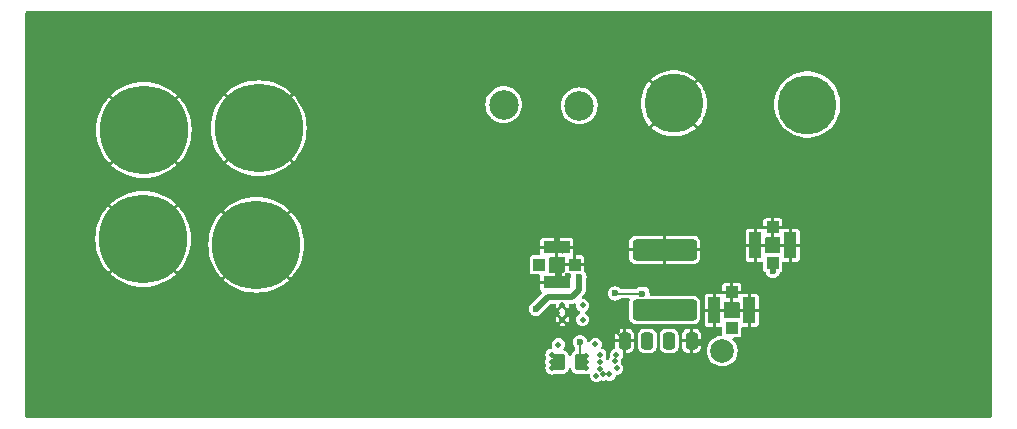
<source format=gbr>
%TF.GenerationSoftware,KiCad,Pcbnew,8.0.5*%
%TF.CreationDate,2024-10-10T12:36:06+02:00*%
%TF.ProjectId,MosTest_GanFet,4d6f7354-6573-4745-9f47-616e4665742e,rev?*%
%TF.SameCoordinates,Original*%
%TF.FileFunction,Copper,L4,Bot*%
%TF.FilePolarity,Positive*%
%FSLAX46Y46*%
G04 Gerber Fmt 4.6, Leading zero omitted, Abs format (unit mm)*
G04 Created by KiCad (PCBNEW 8.0.5) date 2024-10-10 12:36:06*
%MOMM*%
%LPD*%
G01*
G04 APERTURE LIST*
G04 Aperture macros list*
%AMRoundRect*
0 Rectangle with rounded corners*
0 $1 Rounding radius*
0 $2 $3 $4 $5 $6 $7 $8 $9 X,Y pos of 4 corners*
0 Add a 4 corners polygon primitive as box body*
4,1,4,$2,$3,$4,$5,$6,$7,$8,$9,$2,$3,0*
0 Add four circle primitives for the rounded corners*
1,1,$1+$1,$2,$3*
1,1,$1+$1,$4,$5*
1,1,$1+$1,$6,$7*
1,1,$1+$1,$8,$9*
0 Add four rect primitives between the rounded corners*
20,1,$1+$1,$2,$3,$4,$5,0*
20,1,$1+$1,$4,$5,$6,$7,0*
20,1,$1+$1,$6,$7,$8,$9,0*
20,1,$1+$1,$8,$9,$2,$3,0*%
G04 Aperture macros list end*
%TA.AperFunction,ComponentPad*%
%ADD10C,2.500000*%
%TD*%
%TA.AperFunction,ComponentPad*%
%ADD11C,2.900000*%
%TD*%
%TA.AperFunction,ConnectorPad*%
%ADD12C,5.000000*%
%TD*%
%TA.AperFunction,ComponentPad*%
%ADD13C,4.700000*%
%TD*%
%TA.AperFunction,ConnectorPad*%
%ADD14C,7.500000*%
%TD*%
%TA.AperFunction,ComponentPad*%
%ADD15C,0.500000*%
%TD*%
%TA.AperFunction,SMDPad,CuDef*%
%ADD16R,1.000000X1.000000*%
%TD*%
%TA.AperFunction,SMDPad,CuDef*%
%ADD17R,2.200000X1.050000*%
%TD*%
%TA.AperFunction,SMDPad,CuDef*%
%ADD18R,1.050000X2.200000*%
%TD*%
%TA.AperFunction,SMDPad,CuDef*%
%ADD19RoundRect,0.250000X0.250000X0.475000X-0.250000X0.475000X-0.250000X-0.475000X0.250000X-0.475000X0*%
%TD*%
%TA.AperFunction,SMDPad,CuDef*%
%ADD20RoundRect,0.250000X-0.262500X-0.450000X0.262500X-0.450000X0.262500X0.450000X-0.262500X0.450000X0*%
%TD*%
%TA.AperFunction,SMDPad,CuDef*%
%ADD21RoundRect,0.250000X2.450000X-0.650000X2.450000X0.650000X-2.450000X0.650000X-2.450000X-0.650000X0*%
%TD*%
%TA.AperFunction,SMDPad,CuDef*%
%ADD22RoundRect,0.250000X-0.250000X-0.475000X0.250000X-0.475000X0.250000X0.475000X-0.250000X0.475000X0*%
%TD*%
%TA.AperFunction,ViaPad*%
%ADD23C,0.600000*%
%TD*%
%TA.AperFunction,ViaPad*%
%ADD24C,0.500000*%
%TD*%
%TA.AperFunction,ViaPad*%
%ADD25C,1.000000*%
%TD*%
%TA.AperFunction,ViaPad*%
%ADD26C,2.000000*%
%TD*%
%TA.AperFunction,Conductor*%
%ADD27C,0.200000*%
%TD*%
%TA.AperFunction,Conductor*%
%ADD28C,0.500000*%
%TD*%
G04 APERTURE END LIST*
D10*
%TO.P,EN1,1,1*%
%TO.N,/EN1*%
X119000000Y-24400000D03*
%TD*%
D11*
%TO.P,GND1,1,1*%
%TO.N,GND*%
X133400000Y-24300000D03*
D12*
X133400000Y-24300000D03*
%TD*%
D13*
%TO.P,H5,1,1*%
%TO.N,GND*%
X88525000Y-26550000D03*
D14*
X88525000Y-26550000D03*
%TD*%
D11*
%TO.P,VDD30,1,1*%
%TO.N,/VDD30*%
X144700000Y-24400000D03*
D12*
X144700000Y-24400000D03*
%TD*%
D13*
%TO.P,H6,1,1*%
%TO.N,GND*%
X88470000Y-35780000D03*
D14*
X88470000Y-35780000D03*
%TD*%
D13*
%TO.P,H8,1,1*%
%TO.N,GND*%
X98250000Y-26400000D03*
D14*
X98250000Y-26400000D03*
%TD*%
D15*
%TO.P,U1,20_1,VSS*%
%TO.N,GND*%
X123962500Y-41400000D03*
%TO.P,U1,20_2,VSS*%
X123962500Y-42600000D03*
%TO.P,U1,21_1,HS*%
%TO.N,/HS1*%
X125687500Y-41400000D03*
%TO.P,U1,21_2,HS*%
X125687500Y-42600000D03*
%TD*%
D13*
%TO.P,H7,1,1*%
%TO.N,GND*%
X98050000Y-36270000D03*
D14*
X98050000Y-36270000D03*
%TD*%
D10*
%TO.P,VDD10,1,1*%
%TO.N,/VDD10*%
X125400000Y-24500000D03*
%TD*%
D16*
%TO.P,PWM_IN1,1,In*%
%TO.N,/PWM1*%
X122000000Y-37975000D03*
D17*
%TO.P,PWM_IN1,2,Ext*%
%TO.N,GND*%
X123500000Y-39450000D03*
D16*
X125000000Y-37975000D03*
D17*
X123500000Y-36500000D03*
%TD*%
D16*
%TO.P,Post_Filter1,1,In*%
%TO.N,/RL1*%
X141775000Y-37800000D03*
D18*
%TO.P,Post_Filter1,2,Ext*%
%TO.N,GND*%
X143250000Y-36300000D03*
D16*
X141775000Y-34800000D03*
D18*
X140300000Y-36300000D03*
%TD*%
D19*
%TO.P,C2,1*%
%TO.N,/VDD30*%
X131150000Y-44400000D03*
%TO.P,C2,2*%
%TO.N,GND*%
X129250000Y-44400000D03*
%TD*%
D20*
%TO.P,R3,1*%
%TO.N,/Q2D*%
X123687500Y-46200000D03*
%TO.P,R3,2*%
%TO.N,/HS1*%
X125512500Y-46200000D03*
%TD*%
D21*
%TO.P,C11,1*%
%TO.N,/VDD30*%
X132630000Y-41800000D03*
%TO.P,C11,2*%
%TO.N,GND*%
X132630000Y-36700000D03*
%TD*%
D16*
%TO.P,Pre_Filter1,1,In*%
%TO.N,/Pre_Filter1*%
X138310000Y-43300000D03*
D18*
%TO.P,Pre_Filter1,2,Ext*%
%TO.N,GND*%
X139785000Y-41800000D03*
D16*
X138310000Y-40300000D03*
D18*
X136835000Y-41800000D03*
%TD*%
D22*
%TO.P,C12,1*%
%TO.N,/VDD30*%
X133000000Y-44400000D03*
%TO.P,C12,2*%
%TO.N,GND*%
X134900000Y-44400000D03*
%TD*%
D23*
%TO.N,GND*%
X140275000Y-37100000D03*
X132630000Y-36700000D03*
D24*
X121060000Y-45590000D03*
X121060000Y-46680000D03*
D23*
X120500000Y-40500000D03*
X126882804Y-38372438D03*
X143275000Y-37100000D03*
X130620000Y-38270000D03*
X123700000Y-38800000D03*
D24*
X121010000Y-47220000D03*
D25*
X146445000Y-32950000D03*
D23*
X132970000Y-38490000D03*
X117200000Y-42500000D03*
X139860000Y-41820000D03*
D24*
X121040000Y-46150000D03*
D25*
X147545000Y-34150000D03*
D23*
X123500000Y-35800000D03*
D24*
X121570000Y-47180000D03*
D23*
X120290000Y-39670000D03*
D24*
X122080000Y-47180000D03*
D25*
X145145000Y-34150000D03*
D23*
X127590000Y-40580000D03*
X117100000Y-44000000D03*
D25*
X150145000Y-34150000D03*
X152545000Y-34150000D03*
D23*
X120100000Y-42500000D03*
X135600000Y-44600000D03*
X124400000Y-38900000D03*
X124590000Y-44690000D03*
X134600000Y-36655000D03*
X130600000Y-36655000D03*
D25*
X151445000Y-32950000D03*
D23*
X128630000Y-43570000D03*
X136830000Y-41850000D03*
D24*
%TO.N,/Q2D*%
X123070000Y-46160000D03*
X123074000Y-46716000D03*
X123088000Y-45603000D03*
D23*
%TO.N,/BST1*%
X128410000Y-40390000D03*
X130745376Y-40400000D03*
%TO.N,/HS1*%
X125462500Y-44500000D03*
D26*
X137500000Y-45255000D03*
D24*
X127140000Y-46780000D03*
X127950000Y-47240000D03*
X127140000Y-46180000D03*
X125990000Y-45660000D03*
X127140000Y-45600000D03*
X125990000Y-46670000D03*
X125990000Y-46160000D03*
X126850000Y-47340000D03*
X127420000Y-47220000D03*
%TO.N,/VDD30*%
X130340000Y-41170000D03*
X131370000Y-44380000D03*
X133260000Y-41240000D03*
X128550000Y-46730000D03*
X133260000Y-44770000D03*
X133230000Y-44200000D03*
X128540000Y-45590000D03*
X132760000Y-44584000D03*
X132390000Y-41210000D03*
X134030000Y-41240000D03*
X131010000Y-41160000D03*
X134880000Y-41210000D03*
X131390000Y-44910000D03*
X128410000Y-46120000D03*
X130894000Y-44006000D03*
X132757000Y-43962000D03*
X130881000Y-44660000D03*
D23*
%TO.N,/VDD10*%
X121717477Y-41697053D03*
X125400000Y-39000000D03*
%TO.N,/PWM1*%
X122000000Y-37975000D03*
D24*
%TO.N,/LO1*%
X123614239Y-44730662D03*
D23*
%TO.N,/RL1*%
X141775000Y-38500000D03*
%TO.N,/Pre_Filter1*%
X138310000Y-43300000D03*
D24*
%TO.N,/HO1*%
X126750000Y-44700000D03*
%TD*%
D27*
%TO.N,GND*%
X139785000Y-41800000D02*
X139840000Y-41800000D01*
X128630000Y-43570000D02*
X128630000Y-43780000D01*
X136835000Y-41800000D02*
X136835000Y-41845000D01*
X136835000Y-41845000D02*
X136830000Y-41850000D01*
X139840000Y-41800000D02*
X139860000Y-41820000D01*
X123500000Y-36500000D02*
X123500000Y-35800000D01*
X124000000Y-37000000D02*
X123500000Y-36500000D01*
X134900000Y-44400000D02*
X135400000Y-44400000D01*
X135400000Y-44400000D02*
X135600000Y-44600000D01*
X128630000Y-43780000D02*
X129250000Y-44400000D01*
%TO.N,/BST1*%
X128420000Y-40400000D02*
X128410000Y-40390000D01*
X130745376Y-40400000D02*
X128420000Y-40400000D01*
%TO.N,/HS1*%
X125462500Y-44500000D02*
X125462500Y-46150000D01*
X125462500Y-46150000D02*
X125512500Y-46200000D01*
D28*
%TO.N,/VDD10*%
X125400000Y-39000000D02*
X125400000Y-40075000D01*
X125400000Y-40075000D02*
X124775000Y-40700000D01*
X124775000Y-40700000D02*
X122714530Y-40700000D01*
X122714530Y-40700000D02*
X121717477Y-41697053D01*
D27*
%TO.N,/RL1*%
X141775000Y-38500000D02*
X141775000Y-37800000D01*
%TD*%
%TA.AperFunction,Conductor*%
%TO.N,GND*%
G36*
X124005832Y-41282402D02*
G01*
X124006915Y-41283098D01*
X124005109Y-41282350D01*
X124005832Y-41282402D01*
G37*
%TD.AperFunction*%
%TA.AperFunction,Conductor*%
G36*
X160297539Y-16520185D02*
G01*
X160343294Y-16572989D01*
X160354500Y-16624500D01*
X160354500Y-50779500D01*
X160334815Y-50846539D01*
X160282011Y-50892294D01*
X160230500Y-50903500D01*
X78624500Y-50903500D01*
X78557461Y-50883815D01*
X78511706Y-50831011D01*
X78500500Y-50779500D01*
X78500500Y-46159999D01*
X122514750Y-46159999D01*
X122514750Y-46160000D01*
X122533669Y-46303706D01*
X122533669Y-46303708D01*
X122533670Y-46303709D01*
X122547616Y-46337379D01*
X122571639Y-46395375D01*
X122579107Y-46464845D01*
X122571639Y-46490278D01*
X122537670Y-46572289D01*
X122518750Y-46715999D01*
X122518750Y-46716000D01*
X122537670Y-46859708D01*
X122537671Y-46859712D01*
X122593137Y-46993622D01*
X122593138Y-46993624D01*
X122593139Y-46993625D01*
X122681379Y-47108621D01*
X122796375Y-47196861D01*
X122796376Y-47196861D01*
X122796377Y-47196862D01*
X122819419Y-47206406D01*
X122930291Y-47252330D01*
X123057280Y-47269048D01*
X123073999Y-47271250D01*
X123074000Y-47271250D01*
X123074001Y-47271250D01*
X123088977Y-47269278D01*
X123217709Y-47252330D01*
X123321620Y-47209288D01*
X123378126Y-47201527D01*
X123378201Y-47200279D01*
X123381893Y-47200500D01*
X123381898Y-47200500D01*
X123993097Y-47200500D01*
X123993102Y-47200500D01*
X124081564Y-47189877D01*
X124222342Y-47134361D01*
X124342922Y-47042922D01*
X124434361Y-46922342D01*
X124484646Y-46794826D01*
X124527551Y-46739685D01*
X124593459Y-46716492D01*
X124661443Y-46732612D01*
X124709920Y-46782929D01*
X124715348Y-46794814D01*
X124737184Y-46850185D01*
X124765639Y-46922343D01*
X124857077Y-47042922D01*
X124977656Y-47134360D01*
X124977657Y-47134360D01*
X124977658Y-47134361D01*
X125118436Y-47189877D01*
X125206898Y-47200500D01*
X125206903Y-47200500D01*
X125808207Y-47200500D01*
X125840295Y-47204724D01*
X125846286Y-47206329D01*
X125846289Y-47206329D01*
X125846291Y-47206330D01*
X125950030Y-47219987D01*
X125989999Y-47225250D01*
X125990000Y-47225250D01*
X125990001Y-47225250D01*
X126018741Y-47221466D01*
X126133709Y-47206330D01*
X126133716Y-47206326D01*
X126139621Y-47204745D01*
X126209471Y-47206406D01*
X126267335Y-47245567D01*
X126294841Y-47309794D01*
X126294710Y-47331872D01*
X126294750Y-47331872D01*
X126294750Y-47340000D01*
X126313670Y-47483708D01*
X126313671Y-47483712D01*
X126369137Y-47617622D01*
X126369138Y-47617624D01*
X126369139Y-47617625D01*
X126457379Y-47732621D01*
X126572375Y-47820861D01*
X126706291Y-47876330D01*
X126833280Y-47893048D01*
X126849999Y-47895250D01*
X126850000Y-47895250D01*
X126850001Y-47895250D01*
X126864977Y-47893278D01*
X126993709Y-47876330D01*
X127127625Y-47820861D01*
X127180431Y-47780340D01*
X127245597Y-47755147D01*
X127272102Y-47755778D01*
X127276289Y-47756329D01*
X127276291Y-47756330D01*
X127389048Y-47771175D01*
X127419999Y-47775250D01*
X127420000Y-47775250D01*
X127420001Y-47775250D01*
X127455927Y-47770520D01*
X127563709Y-47756330D01*
X127613406Y-47735744D01*
X127682871Y-47728276D01*
X127708308Y-47735745D01*
X127752761Y-47754157D01*
X127806291Y-47776330D01*
X127933280Y-47793048D01*
X127949999Y-47795250D01*
X127950000Y-47795250D01*
X127950001Y-47795250D01*
X127964977Y-47793278D01*
X128093709Y-47776330D01*
X128227625Y-47720861D01*
X128342621Y-47632621D01*
X128430861Y-47517625D01*
X128486330Y-47383709D01*
X128486330Y-47383705D01*
X128488434Y-47375857D01*
X128490400Y-47376383D01*
X128514237Y-47322489D01*
X128572559Y-47284013D01*
X128592728Y-47279624D01*
X128693709Y-47266330D01*
X128827625Y-47210861D01*
X128942621Y-47122621D01*
X129030861Y-47007625D01*
X129086330Y-46873709D01*
X129105250Y-46730000D01*
X129086330Y-46586291D01*
X129030861Y-46452375D01*
X129030860Y-46452374D01*
X129030860Y-46452373D01*
X128967965Y-46370408D01*
X128942770Y-46305239D01*
X128945761Y-46271830D01*
X128945269Y-46271766D01*
X128947471Y-46255045D01*
X128965250Y-46120000D01*
X128951738Y-46017367D01*
X128962503Y-45948331D01*
X128976298Y-45925699D01*
X129020861Y-45867625D01*
X129076330Y-45733709D01*
X129095250Y-45590000D01*
X129087497Y-45531111D01*
X129098262Y-45462075D01*
X129122756Y-45427243D01*
X129124999Y-45425000D01*
X129375000Y-45425000D01*
X129543054Y-45425000D01*
X129631443Y-45414386D01*
X129772095Y-45358920D01*
X129892564Y-45267564D01*
X129983920Y-45147095D01*
X130039386Y-45006443D01*
X130050000Y-44918053D01*
X130050000Y-44659999D01*
X130325750Y-44659999D01*
X130325750Y-44660000D01*
X130344670Y-44803711D01*
X130345275Y-44805968D01*
X130349500Y-44838060D01*
X130349500Y-44918102D01*
X130354557Y-44960217D01*
X130360122Y-45006561D01*
X130360122Y-45006563D01*
X130360123Y-45006564D01*
X130368698Y-45028308D01*
X130415639Y-45147343D01*
X130507077Y-45267922D01*
X130627656Y-45359360D01*
X130627657Y-45359360D01*
X130627658Y-45359361D01*
X130768436Y-45414877D01*
X130856898Y-45425500D01*
X131171338Y-45425500D01*
X131218790Y-45434939D01*
X131246291Y-45446330D01*
X131365884Y-45462075D01*
X131389999Y-45465250D01*
X131390000Y-45465250D01*
X131390001Y-45465250D01*
X131404977Y-45463278D01*
X131533709Y-45446330D01*
X131667625Y-45390861D01*
X131782621Y-45302621D01*
X131870861Y-45187625D01*
X131920961Y-45066671D01*
X131926329Y-45053712D01*
X131926329Y-45053711D01*
X131926330Y-45053709D01*
X131926866Y-45049632D01*
X131934451Y-45020321D01*
X131939877Y-45006564D01*
X131950500Y-44918102D01*
X131950500Y-43881898D01*
X132199500Y-43881898D01*
X132199500Y-44918102D01*
X132204557Y-44960217D01*
X132210122Y-45006561D01*
X132210122Y-45006563D01*
X132210123Y-45006564D01*
X132218698Y-45028308D01*
X132265639Y-45147343D01*
X132357077Y-45267922D01*
X132477656Y-45359360D01*
X132477657Y-45359360D01*
X132477658Y-45359361D01*
X132618436Y-45414877D01*
X132706898Y-45425500D01*
X132706903Y-45425500D01*
X133293097Y-45425500D01*
X133293102Y-45425500D01*
X133381564Y-45414877D01*
X133522342Y-45359361D01*
X133642922Y-45267922D01*
X133734361Y-45147342D01*
X133789877Y-45006564D01*
X133800500Y-44918102D01*
X133800500Y-44918053D01*
X134100000Y-44918053D01*
X134110613Y-45006443D01*
X134166079Y-45147095D01*
X134257435Y-45267564D01*
X134377904Y-45358920D01*
X134518556Y-45414386D01*
X134606946Y-45425000D01*
X134775000Y-45425000D01*
X135025000Y-45425000D01*
X135193054Y-45425000D01*
X135281443Y-45414386D01*
X135422095Y-45358920D01*
X135542564Y-45267564D01*
X135552093Y-45254998D01*
X136194532Y-45254998D01*
X136194532Y-45255001D01*
X136214364Y-45481686D01*
X136214366Y-45481697D01*
X136273258Y-45701488D01*
X136273261Y-45701497D01*
X136369431Y-45907732D01*
X136369432Y-45907734D01*
X136499954Y-46094141D01*
X136660858Y-46255045D01*
X136660861Y-46255047D01*
X136847266Y-46385568D01*
X137053504Y-46481739D01*
X137273308Y-46540635D01*
X137435230Y-46554801D01*
X137499998Y-46560468D01*
X137500000Y-46560468D01*
X137500002Y-46560468D01*
X137556673Y-46555509D01*
X137726692Y-46540635D01*
X137946496Y-46481739D01*
X138152734Y-46385568D01*
X138339139Y-46255047D01*
X138500047Y-46094139D01*
X138630568Y-45907734D01*
X138726739Y-45701496D01*
X138785635Y-45481692D01*
X138802634Y-45287384D01*
X138805468Y-45255001D01*
X138805468Y-45254998D01*
X138796049Y-45147342D01*
X138785635Y-45028308D01*
X138736172Y-44843708D01*
X138726741Y-44808511D01*
X138726738Y-44808502D01*
X138657490Y-44660000D01*
X138630568Y-44602266D01*
X138500047Y-44415861D01*
X138500045Y-44415858D01*
X138396367Y-44312180D01*
X138362882Y-44250857D01*
X138367866Y-44181165D01*
X138409738Y-44125232D01*
X138475202Y-44100815D01*
X138484048Y-44100499D01*
X138854856Y-44100499D01*
X138854864Y-44100499D01*
X138854879Y-44100497D01*
X138854882Y-44100497D01*
X138879987Y-44097586D01*
X138879988Y-44097585D01*
X138879991Y-44097585D01*
X138982765Y-44052206D01*
X139062206Y-43972765D01*
X139107585Y-43869991D01*
X139110500Y-43844865D01*
X139110499Y-43323997D01*
X139130183Y-43256960D01*
X139182987Y-43211205D01*
X139234499Y-43199999D01*
X139659999Y-43199999D01*
X139910000Y-43199999D01*
X140354786Y-43199999D01*
X140354808Y-43199997D01*
X140379869Y-43197091D01*
X140379873Y-43197090D01*
X140482474Y-43151788D01*
X140482479Y-43151785D01*
X140561785Y-43072479D01*
X140561788Y-43072474D01*
X140607089Y-42969877D01*
X140607089Y-42969875D01*
X140609999Y-42944794D01*
X140610000Y-42944791D01*
X140610000Y-41925000D01*
X139910000Y-41925000D01*
X139910000Y-43199999D01*
X139659999Y-43199999D01*
X139660000Y-43199998D01*
X139660000Y-41925000D01*
X138960000Y-41925000D01*
X138960000Y-42375500D01*
X138940315Y-42442539D01*
X138887511Y-42488294D01*
X138836000Y-42499500D01*
X137783999Y-42499500D01*
X137716960Y-42479815D01*
X137671205Y-42427011D01*
X137659999Y-42375500D01*
X137659999Y-41925000D01*
X136960000Y-41925000D01*
X136960000Y-43199999D01*
X137385500Y-43199999D01*
X137452539Y-43219684D01*
X137498294Y-43272488D01*
X137509500Y-43323999D01*
X137509500Y-43835075D01*
X137489815Y-43902114D01*
X137437011Y-43947869D01*
X137396308Y-43958603D01*
X137273312Y-43969364D01*
X137273302Y-43969366D01*
X137053511Y-44028258D01*
X137053502Y-44028261D01*
X136847267Y-44124431D01*
X136847265Y-44124432D01*
X136660858Y-44254954D01*
X136499954Y-44415858D01*
X136369432Y-44602265D01*
X136369431Y-44602267D01*
X136273261Y-44808502D01*
X136273258Y-44808511D01*
X136214366Y-45028302D01*
X136214364Y-45028313D01*
X136194532Y-45254998D01*
X135552093Y-45254998D01*
X135633920Y-45147095D01*
X135689386Y-45006443D01*
X135700000Y-44918053D01*
X135700000Y-44525000D01*
X135025000Y-44525000D01*
X135025000Y-45425000D01*
X134775000Y-45425000D01*
X134775000Y-44525000D01*
X134100000Y-44525000D01*
X134100000Y-44918053D01*
X133800500Y-44918053D01*
X133800500Y-44890162D01*
X133801561Y-44873976D01*
X133815250Y-44770000D01*
X133815250Y-44769999D01*
X133801561Y-44666022D01*
X133800500Y-44649837D01*
X133800500Y-43881946D01*
X134100000Y-43881946D01*
X134100000Y-44275000D01*
X134775000Y-44275000D01*
X135025000Y-44275000D01*
X135700000Y-44275000D01*
X135700000Y-43881946D01*
X135689386Y-43793556D01*
X135633920Y-43652904D01*
X135542564Y-43532435D01*
X135422095Y-43441079D01*
X135281443Y-43385613D01*
X135193054Y-43375000D01*
X135025000Y-43375000D01*
X135025000Y-44275000D01*
X134775000Y-44275000D01*
X134775000Y-43375000D01*
X134606946Y-43375000D01*
X134518556Y-43385613D01*
X134377904Y-43441079D01*
X134257435Y-43532435D01*
X134166079Y-43652904D01*
X134110613Y-43793556D01*
X134100000Y-43881946D01*
X133800500Y-43881946D01*
X133800500Y-43881903D01*
X133800500Y-43881898D01*
X133789877Y-43793436D01*
X133734361Y-43652658D01*
X133734360Y-43652657D01*
X133734360Y-43652656D01*
X133642922Y-43532077D01*
X133522343Y-43440639D01*
X133426192Y-43402722D01*
X133381564Y-43385123D01*
X133381563Y-43385122D01*
X133381561Y-43385122D01*
X133335926Y-43379642D01*
X133293102Y-43374500D01*
X132706898Y-43374500D01*
X132667853Y-43379188D01*
X132618438Y-43385122D01*
X132477656Y-43440639D01*
X132357077Y-43532077D01*
X132265639Y-43652656D01*
X132210122Y-43793438D01*
X132205123Y-43835075D01*
X132199500Y-43881898D01*
X131950500Y-43881898D01*
X131939877Y-43793436D01*
X131884361Y-43652658D01*
X131884360Y-43652657D01*
X131884360Y-43652656D01*
X131792922Y-43532077D01*
X131672343Y-43440639D01*
X131576192Y-43402722D01*
X131531564Y-43385123D01*
X131531563Y-43385122D01*
X131531561Y-43385122D01*
X131485926Y-43379642D01*
X131443102Y-43374500D01*
X130856898Y-43374500D01*
X130817853Y-43379188D01*
X130768438Y-43385122D01*
X130627656Y-43440639D01*
X130507077Y-43532077D01*
X130415639Y-43652656D01*
X130360122Y-43793438D01*
X130355123Y-43835075D01*
X130349500Y-43881898D01*
X130349500Y-43881903D01*
X130349500Y-43916219D01*
X130348439Y-43932404D01*
X130338750Y-44005998D01*
X130338750Y-44006000D01*
X130348439Y-44079593D01*
X130349500Y-44095779D01*
X130349500Y-44481939D01*
X130345277Y-44514025D01*
X130344670Y-44516289D01*
X130325750Y-44659999D01*
X130050000Y-44659999D01*
X130050000Y-44525000D01*
X129375000Y-44525000D01*
X129375000Y-45425000D01*
X129124999Y-45425000D01*
X129125000Y-45424999D01*
X129125000Y-44525000D01*
X128450000Y-44525000D01*
X128450000Y-44918058D01*
X128451757Y-44932694D01*
X128440203Y-45001602D01*
X128393230Y-45053324D01*
X128376094Y-45062035D01*
X128262376Y-45109138D01*
X128147379Y-45197379D01*
X128059137Y-45312377D01*
X128003671Y-45446287D01*
X128003670Y-45446291D01*
X127984750Y-45589999D01*
X127984750Y-45590002D01*
X127998261Y-45692631D01*
X127987495Y-45761666D01*
X127973699Y-45784301D01*
X127929139Y-45842374D01*
X127877134Y-45967926D01*
X127833293Y-46022329D01*
X127766999Y-46044394D01*
X127699299Y-46027115D01*
X127651689Y-45975977D01*
X127648024Y-45967955D01*
X127635388Y-45937448D01*
X127627921Y-45867982D01*
X127635390Y-45842548D01*
X127647910Y-45812321D01*
X127676330Y-45743709D01*
X127695250Y-45600000D01*
X127693933Y-45590000D01*
X127684229Y-45516291D01*
X127676330Y-45456291D01*
X127635235Y-45357077D01*
X127620862Y-45322377D01*
X127620861Y-45322376D01*
X127620861Y-45322375D01*
X127532621Y-45207379D01*
X127417625Y-45119139D01*
X127417623Y-45119138D01*
X127322739Y-45079836D01*
X127268336Y-45035995D01*
X127246271Y-44969701D01*
X127255630Y-44917825D01*
X127286330Y-44843709D01*
X127305250Y-44700000D01*
X127286330Y-44556291D01*
X127230861Y-44422375D01*
X127142621Y-44307379D01*
X127027625Y-44219139D01*
X127027624Y-44219138D01*
X127027622Y-44219137D01*
X126893712Y-44163671D01*
X126893710Y-44163670D01*
X126893709Y-44163670D01*
X126821854Y-44154210D01*
X126750001Y-44144750D01*
X126749999Y-44144750D01*
X126606291Y-44163670D01*
X126606287Y-44163671D01*
X126472377Y-44219137D01*
X126357378Y-44307380D01*
X126271127Y-44419783D01*
X126214699Y-44460985D01*
X126144953Y-44465139D01*
X126084033Y-44430926D01*
X126051280Y-44369208D01*
X126049818Y-44360514D01*
X126047544Y-44343238D01*
X125987036Y-44197159D01*
X125890782Y-44071718D01*
X125765341Y-43975464D01*
X125750619Y-43969366D01*
X125619262Y-43914956D01*
X125619260Y-43914955D01*
X125462501Y-43894318D01*
X125462499Y-43894318D01*
X125305739Y-43914955D01*
X125305737Y-43914956D01*
X125159660Y-43975463D01*
X125034218Y-44071718D01*
X124937963Y-44197160D01*
X124877456Y-44343237D01*
X124877455Y-44343239D01*
X124856818Y-44499998D01*
X124856818Y-44500001D01*
X124877455Y-44656760D01*
X124877456Y-44656762D01*
X124937964Y-44802841D01*
X125034218Y-44928282D01*
X125034220Y-44928283D01*
X125036376Y-44931093D01*
X125061570Y-44996263D01*
X125062000Y-45006580D01*
X125062000Y-45147984D01*
X125042315Y-45215023D01*
X124989511Y-45260778D01*
X124983492Y-45263338D01*
X124977657Y-45265638D01*
X124857077Y-45357077D01*
X124765639Y-45477656D01*
X124750404Y-45516291D01*
X124715353Y-45605171D01*
X124672449Y-45660314D01*
X124606541Y-45683507D01*
X124538556Y-45667386D01*
X124490080Y-45617070D01*
X124484648Y-45605178D01*
X124434361Y-45477658D01*
X124434360Y-45477657D01*
X124434360Y-45477656D01*
X124342922Y-45357077D01*
X124222341Y-45265638D01*
X124222339Y-45265637D01*
X124126078Y-45227676D01*
X124070934Y-45184770D01*
X124047741Y-45118862D01*
X124063862Y-45050878D01*
X124073182Y-45036850D01*
X124095100Y-45008287D01*
X124150569Y-44874371D01*
X124169489Y-44730662D01*
X124150569Y-44586953D01*
X124095100Y-44453037D01*
X124006860Y-44338041D01*
X123891864Y-44249801D01*
X123891863Y-44249800D01*
X123891861Y-44249799D01*
X123757951Y-44194333D01*
X123757949Y-44194332D01*
X123757948Y-44194332D01*
X123657937Y-44181165D01*
X123614240Y-44175412D01*
X123614238Y-44175412D01*
X123470530Y-44194332D01*
X123470526Y-44194333D01*
X123336616Y-44249799D01*
X123221618Y-44338041D01*
X123133376Y-44453039D01*
X123077910Y-44586949D01*
X123077909Y-44586953D01*
X123068719Y-44656760D01*
X123058989Y-44730662D01*
X123073128Y-44838060D01*
X123077909Y-44874370D01*
X123077910Y-44874374D01*
X123084692Y-44890748D01*
X123092159Y-44960217D01*
X123060883Y-45022696D01*
X123000793Y-45058347D01*
X122986317Y-45061137D01*
X122944291Y-45066670D01*
X122944287Y-45066671D01*
X122810377Y-45122137D01*
X122695379Y-45210379D01*
X122607137Y-45325377D01*
X122551671Y-45459287D01*
X122551670Y-45459291D01*
X122532750Y-45602999D01*
X122532750Y-45603000D01*
X122551669Y-45746707D01*
X122578847Y-45812321D01*
X122586314Y-45881790D01*
X122578846Y-45907224D01*
X122533671Y-46016287D01*
X122533670Y-46016291D01*
X122514750Y-46159999D01*
X78500500Y-46159999D01*
X78500500Y-43881946D01*
X128450000Y-43881946D01*
X128450000Y-44275000D01*
X129125000Y-44275000D01*
X129375000Y-44275000D01*
X130050000Y-44275000D01*
X130050000Y-43881946D01*
X130039386Y-43793556D01*
X129983920Y-43652904D01*
X129892564Y-43532435D01*
X129772095Y-43441079D01*
X129631443Y-43385613D01*
X129543054Y-43375000D01*
X129375000Y-43375000D01*
X129375000Y-44275000D01*
X129125000Y-44275000D01*
X129125000Y-43375000D01*
X128956946Y-43375000D01*
X128868556Y-43385613D01*
X128727904Y-43441079D01*
X128607435Y-43532435D01*
X128516079Y-43652904D01*
X128460613Y-43793556D01*
X128450000Y-43881946D01*
X78500500Y-43881946D01*
X78500500Y-43069014D01*
X123670260Y-43069014D01*
X123670260Y-43069015D01*
X123685131Y-43080426D01*
X123818917Y-43135841D01*
X123818921Y-43135842D01*
X123962499Y-43154746D01*
X123962501Y-43154746D01*
X124106078Y-43135842D01*
X124106079Y-43135842D01*
X124239874Y-43080422D01*
X124239880Y-43080419D01*
X124254738Y-43069017D01*
X124254738Y-43069015D01*
X123962501Y-42776777D01*
X123962500Y-42776777D01*
X123670260Y-43069014D01*
X78500500Y-43069014D01*
X78500500Y-42599999D01*
X123407754Y-42599999D01*
X123407754Y-42600000D01*
X123426657Y-42743578D01*
X123426658Y-42743582D01*
X123482075Y-42877373D01*
X123493482Y-42892238D01*
X123493483Y-42892238D01*
X123785723Y-42600000D01*
X123760859Y-42575136D01*
X123837500Y-42575136D01*
X123837500Y-42624864D01*
X123856530Y-42670807D01*
X123891693Y-42705970D01*
X123937636Y-42725000D01*
X123987364Y-42725000D01*
X124033307Y-42705970D01*
X124068470Y-42670807D01*
X124087500Y-42624864D01*
X124087500Y-42599999D01*
X124139277Y-42599999D01*
X124139277Y-42600000D01*
X124431515Y-42892238D01*
X124431517Y-42892238D01*
X124442919Y-42877380D01*
X124442922Y-42877374D01*
X124498342Y-42743579D01*
X124498342Y-42743578D01*
X124517246Y-42600000D01*
X124517246Y-42599999D01*
X124498342Y-42456421D01*
X124498341Y-42456417D01*
X124442926Y-42322631D01*
X124442926Y-42322630D01*
X124431515Y-42307760D01*
X124431514Y-42307760D01*
X124139277Y-42599999D01*
X124087500Y-42599999D01*
X124087500Y-42575136D01*
X124068470Y-42529193D01*
X124033307Y-42494030D01*
X123987364Y-42475000D01*
X123937636Y-42475000D01*
X123891693Y-42494030D01*
X123856530Y-42529193D01*
X123837500Y-42575136D01*
X123760859Y-42575136D01*
X123493482Y-42307759D01*
X123482080Y-42322621D01*
X123482075Y-42322629D01*
X123426657Y-42456420D01*
X123426657Y-42456421D01*
X123407754Y-42599999D01*
X78500500Y-42599999D01*
X78500500Y-41697051D01*
X121111795Y-41697051D01*
X121111795Y-41697054D01*
X121132432Y-41853813D01*
X121132433Y-41853815D01*
X121192941Y-41999894D01*
X121289195Y-42125335D01*
X121414636Y-42221589D01*
X121560715Y-42282097D01*
X121639096Y-42292416D01*
X121717476Y-42302735D01*
X121717477Y-42302735D01*
X121717478Y-42302735D01*
X121769731Y-42295855D01*
X121874239Y-42282097D01*
X122020318Y-42221589D01*
X122138400Y-42130982D01*
X123670259Y-42130982D01*
X123962500Y-42423223D01*
X123962501Y-42423223D01*
X124254738Y-42130983D01*
X124254738Y-42130982D01*
X124239873Y-42119575D01*
X124227762Y-42114559D01*
X124173360Y-42070717D01*
X124151296Y-42004423D01*
X124168576Y-41936724D01*
X124219714Y-41889114D01*
X124227769Y-41885436D01*
X124239876Y-41880421D01*
X124239880Y-41880419D01*
X124254738Y-41869017D01*
X124254738Y-41869015D01*
X123962501Y-41576777D01*
X123962500Y-41576777D01*
X123670260Y-41869014D01*
X123670260Y-41869015D01*
X123685128Y-41880424D01*
X123697233Y-41885438D01*
X123751637Y-41929279D01*
X123773702Y-41995573D01*
X123756423Y-42063272D01*
X123705287Y-42110883D01*
X123697237Y-42114560D01*
X123685129Y-42119575D01*
X123685121Y-42119580D01*
X123670259Y-42130982D01*
X122138400Y-42130982D01*
X122145759Y-42125335D01*
X122242013Y-41999894D01*
X122267118Y-41939281D01*
X122293994Y-41899059D01*
X122906236Y-41286819D01*
X122967559Y-41253334D01*
X122993917Y-41250500D01*
X123286041Y-41250500D01*
X123353080Y-41270185D01*
X123398835Y-41322989D01*
X123408980Y-41390685D01*
X123407754Y-41399997D01*
X123407754Y-41400000D01*
X123426657Y-41543578D01*
X123426658Y-41543582D01*
X123482075Y-41677373D01*
X123493482Y-41692238D01*
X123493483Y-41692238D01*
X123874818Y-41310903D01*
X123874822Y-41310900D01*
X123856530Y-41329193D01*
X123837500Y-41375136D01*
X123837500Y-41424864D01*
X123856530Y-41470807D01*
X123891693Y-41505970D01*
X123937636Y-41525000D01*
X123987364Y-41525000D01*
X124033307Y-41505970D01*
X124068470Y-41470807D01*
X124087500Y-41424864D01*
X124087500Y-41375136D01*
X124068470Y-41329193D01*
X124431515Y-41692238D01*
X124431517Y-41692238D01*
X124442919Y-41677380D01*
X124442922Y-41677374D01*
X124498342Y-41543579D01*
X124498342Y-41543578D01*
X124517246Y-41400000D01*
X124517246Y-41399997D01*
X124516020Y-41390685D01*
X124526786Y-41321650D01*
X124573166Y-41269394D01*
X124638959Y-41250500D01*
X124847472Y-41250500D01*
X124847474Y-41250500D01*
X124847475Y-41250500D01*
X124983812Y-41213968D01*
X125053659Y-41215631D01*
X125111521Y-41254793D01*
X125139026Y-41319021D01*
X125138841Y-41349929D01*
X125132250Y-41400000D01*
X125146201Y-41505970D01*
X125151170Y-41543708D01*
X125151171Y-41543712D01*
X125206637Y-41677622D01*
X125206638Y-41677624D01*
X125206639Y-41677625D01*
X125294879Y-41792621D01*
X125409875Y-41880861D01*
X125420928Y-41885439D01*
X125475331Y-41929281D01*
X125497395Y-41995575D01*
X125480115Y-42063274D01*
X125428978Y-42110884D01*
X125420933Y-42114558D01*
X125409875Y-42119139D01*
X125294879Y-42207379D01*
X125206637Y-42322377D01*
X125151171Y-42456287D01*
X125151170Y-42456291D01*
X125134678Y-42581561D01*
X125132250Y-42600000D01*
X125146201Y-42705970D01*
X125151170Y-42743708D01*
X125151171Y-42743712D01*
X125206637Y-42877622D01*
X125206638Y-42877624D01*
X125206639Y-42877625D01*
X125294879Y-42992621D01*
X125409875Y-43080861D01*
X125543791Y-43136330D01*
X125670780Y-43153048D01*
X125687499Y-43155250D01*
X125687500Y-43155250D01*
X125687501Y-43155250D01*
X125702477Y-43153278D01*
X125831209Y-43136330D01*
X125965125Y-43080861D01*
X126080121Y-42992621D01*
X126168361Y-42877625D01*
X126223830Y-42743709D01*
X126242750Y-42600000D01*
X126223830Y-42456291D01*
X126168361Y-42322375D01*
X126080121Y-42207379D01*
X125965125Y-42119139D01*
X125954070Y-42114560D01*
X125899670Y-42070721D01*
X125877604Y-42004427D01*
X125894883Y-41936728D01*
X125946019Y-41889117D01*
X125954053Y-41885446D01*
X125965125Y-41880861D01*
X126080121Y-41792621D01*
X126168361Y-41677625D01*
X126223830Y-41543709D01*
X126242750Y-41400000D01*
X126223830Y-41256291D01*
X126168361Y-41122375D01*
X126080121Y-41007379D01*
X125965125Y-40919139D01*
X125965124Y-40919138D01*
X125965122Y-40919137D01*
X125831212Y-40863671D01*
X125831210Y-40863670D01*
X125831209Y-40863670D01*
X125766189Y-40855109D01*
X125690495Y-40845144D01*
X125626599Y-40816877D01*
X125588128Y-40758552D01*
X125587297Y-40688688D01*
X125618998Y-40634526D01*
X125840510Y-40413015D01*
X125853799Y-40389998D01*
X127804318Y-40389998D01*
X127804318Y-40390001D01*
X127824955Y-40546760D01*
X127824956Y-40546762D01*
X127874196Y-40665639D01*
X127885464Y-40692841D01*
X127981718Y-40818282D01*
X128107159Y-40914536D01*
X128253238Y-40975044D01*
X128331619Y-40985363D01*
X128409999Y-40995682D01*
X128410000Y-40995682D01*
X128410001Y-40995682D01*
X128462254Y-40988802D01*
X128566762Y-40975044D01*
X128712841Y-40914536D01*
X128741369Y-40892645D01*
X128828063Y-40826124D01*
X128893232Y-40800930D01*
X128903549Y-40800500D01*
X129543873Y-40800500D01*
X129610912Y-40820185D01*
X129656667Y-40872989D01*
X129666611Y-40942147D01*
X129659228Y-40969990D01*
X129640122Y-41018438D01*
X129634188Y-41067853D01*
X129629500Y-41106898D01*
X129629500Y-42493102D01*
X129633834Y-42529193D01*
X129640122Y-42581561D01*
X129695639Y-42722343D01*
X129787077Y-42842922D01*
X129907656Y-42934360D01*
X129907657Y-42934360D01*
X129907658Y-42934361D01*
X130048436Y-42989877D01*
X130136898Y-43000500D01*
X130136903Y-43000500D01*
X135123097Y-43000500D01*
X135123102Y-43000500D01*
X135211564Y-42989877D01*
X135325909Y-42944785D01*
X136010001Y-42944785D01*
X136010002Y-42944808D01*
X136012908Y-42969869D01*
X136012909Y-42969873D01*
X136058211Y-43072474D01*
X136058214Y-43072479D01*
X136137520Y-43151785D01*
X136137525Y-43151788D01*
X136240123Y-43197089D01*
X136265206Y-43199999D01*
X136709999Y-43199999D01*
X136710000Y-43199998D01*
X136710000Y-41925000D01*
X136010001Y-41925000D01*
X136010001Y-42944785D01*
X135325909Y-42944785D01*
X135352342Y-42934361D01*
X135472922Y-42842922D01*
X135564361Y-42722342D01*
X135619877Y-42581564D01*
X135630500Y-42493102D01*
X135630500Y-41106898D01*
X135619877Y-41018436D01*
X135564361Y-40877658D01*
X135564360Y-40877657D01*
X135564360Y-40877656D01*
X135472922Y-40757077D01*
X135352343Y-40665639D01*
X135325884Y-40655205D01*
X136010000Y-40655205D01*
X136010000Y-41675000D01*
X136710000Y-41675000D01*
X136960000Y-41675000D01*
X137659999Y-41675000D01*
X137659999Y-41223999D01*
X137679684Y-41156960D01*
X137732488Y-41111205D01*
X137783999Y-41099999D01*
X138184999Y-41099999D01*
X138185000Y-41099998D01*
X138185000Y-40425000D01*
X138435000Y-40425000D01*
X138435000Y-41099999D01*
X138836000Y-41099999D01*
X138903039Y-41119684D01*
X138948794Y-41172488D01*
X138960000Y-41223999D01*
X138960000Y-41675000D01*
X139660000Y-41675000D01*
X139910000Y-41675000D01*
X140609999Y-41675000D01*
X140609999Y-40655214D01*
X140609997Y-40655191D01*
X140607091Y-40630130D01*
X140607090Y-40630126D01*
X140561788Y-40527525D01*
X140561785Y-40527520D01*
X140482479Y-40448214D01*
X140482474Y-40448211D01*
X140379876Y-40402910D01*
X140354794Y-40400000D01*
X139910000Y-40400000D01*
X139910000Y-41675000D01*
X139660000Y-41675000D01*
X139660000Y-40400000D01*
X139215214Y-40400000D01*
X139215201Y-40400001D01*
X139195535Y-40402282D01*
X139184792Y-40400436D01*
X139168549Y-40412436D01*
X139164019Y-40414436D01*
X139113937Y-40425000D01*
X138435000Y-40425000D01*
X138185000Y-40425000D01*
X137506064Y-40425000D01*
X137455982Y-40414436D01*
X137451452Y-40412436D01*
X137439830Y-40402619D01*
X137424454Y-40402281D01*
X137404797Y-40400000D01*
X136960000Y-40400000D01*
X136960000Y-41675000D01*
X136710000Y-41675000D01*
X136710000Y-40400000D01*
X136265214Y-40400000D01*
X136265191Y-40400002D01*
X136240130Y-40402908D01*
X136240126Y-40402909D01*
X136137525Y-40448211D01*
X136137520Y-40448214D01*
X136058214Y-40527520D01*
X136058211Y-40527525D01*
X136012910Y-40630122D01*
X136012910Y-40630124D01*
X136010000Y-40655205D01*
X135325884Y-40655205D01*
X135211561Y-40610122D01*
X135165926Y-40604642D01*
X135123102Y-40599500D01*
X135123097Y-40599500D01*
X131466188Y-40599500D01*
X131399149Y-40579815D01*
X131353394Y-40527011D01*
X131343249Y-40459314D01*
X131344711Y-40448214D01*
X131351058Y-40400000D01*
X131349741Y-40390000D01*
X131330420Y-40243239D01*
X131330420Y-40243238D01*
X131269912Y-40097159D01*
X131173658Y-39971718D01*
X131048217Y-39875464D01*
X131024072Y-39865463D01*
X130902138Y-39814956D01*
X130902136Y-39814955D01*
X130745377Y-39794318D01*
X130745375Y-39794318D01*
X130588615Y-39814955D01*
X130588613Y-39814956D01*
X130442536Y-39875463D01*
X130442535Y-39875464D01*
X130317094Y-39971718D01*
X130317092Y-39971720D01*
X130314283Y-39973876D01*
X130249113Y-39999070D01*
X130238796Y-39999500D01*
X128927426Y-39999500D01*
X128860387Y-39979815D01*
X128839745Y-39963181D01*
X128838286Y-39961722D01*
X128838283Y-39961720D01*
X128838282Y-39961718D01*
X128712841Y-39865464D01*
X128566762Y-39804956D01*
X128566760Y-39804955D01*
X128410001Y-39784318D01*
X128409999Y-39784318D01*
X128253239Y-39804955D01*
X128253237Y-39804956D01*
X128107160Y-39865463D01*
X127981718Y-39961718D01*
X127885463Y-40087160D01*
X127824956Y-40233237D01*
X127824955Y-40233239D01*
X127804318Y-40389998D01*
X125853799Y-40389998D01*
X125912984Y-40287485D01*
X125924257Y-40245413D01*
X125950500Y-40147475D01*
X125950500Y-39755205D01*
X137510000Y-39755205D01*
X137510000Y-40175000D01*
X138185000Y-40175000D01*
X138435000Y-40175000D01*
X139109998Y-40175000D01*
X139109999Y-40174999D01*
X139109999Y-39755214D01*
X139109997Y-39755191D01*
X139107091Y-39730130D01*
X139107090Y-39730126D01*
X139061788Y-39627525D01*
X139061785Y-39627520D01*
X138982479Y-39548214D01*
X138982474Y-39548211D01*
X138879876Y-39502910D01*
X138854794Y-39500000D01*
X138435000Y-39500000D01*
X138435000Y-40175000D01*
X138185000Y-40175000D01*
X138185000Y-39500000D01*
X137765214Y-39500000D01*
X137765191Y-39500002D01*
X137740130Y-39502908D01*
X137740126Y-39502909D01*
X137637525Y-39548211D01*
X137637520Y-39548214D01*
X137558214Y-39627520D01*
X137558211Y-39627525D01*
X137512910Y-39730122D01*
X137512910Y-39730124D01*
X137510000Y-39755205D01*
X125950500Y-39755205D01*
X125950500Y-39264823D01*
X125959939Y-39217370D01*
X125985044Y-39156762D01*
X126005682Y-39000000D01*
X125985044Y-38843238D01*
X125924536Y-38697159D01*
X125924535Y-38697158D01*
X125924535Y-38697157D01*
X125825624Y-38568254D01*
X125800430Y-38503085D01*
X125800000Y-38492768D01*
X125800000Y-38100000D01*
X124200001Y-38100000D01*
X124200001Y-38501000D01*
X124180316Y-38568039D01*
X124127512Y-38613794D01*
X124076001Y-38625000D01*
X123625000Y-38625000D01*
X123625000Y-39451000D01*
X123605315Y-39518039D01*
X123552511Y-39563794D01*
X123501000Y-39575000D01*
X122100001Y-39575000D01*
X122100001Y-40019785D01*
X122100002Y-40019808D01*
X122102908Y-40044869D01*
X122102909Y-40044873D01*
X122148211Y-40147474D01*
X122148214Y-40147479D01*
X122230688Y-40229953D01*
X122264173Y-40291276D01*
X122259189Y-40360968D01*
X122230688Y-40405315D01*
X121515472Y-41120531D01*
X121475245Y-41147410D01*
X121414642Y-41172513D01*
X121414635Y-41172517D01*
X121289196Y-41268769D01*
X121192940Y-41394213D01*
X121132433Y-41540290D01*
X121132432Y-41540292D01*
X121111795Y-41697051D01*
X78500500Y-41697051D01*
X78500500Y-35780000D01*
X84415116Y-35780000D01*
X84434642Y-36177456D01*
X84493028Y-36571065D01*
X84589721Y-36957081D01*
X84723767Y-37331716D01*
X84723774Y-37331732D01*
X84893914Y-37691462D01*
X85098485Y-38032770D01*
X85335532Y-38352390D01*
X85518718Y-38554504D01*
X86861331Y-37211890D01*
X87038107Y-37388666D01*
X85695494Y-38731280D01*
X85897609Y-38914467D01*
X86217229Y-39151514D01*
X86558537Y-39356085D01*
X86918267Y-39526225D01*
X86918283Y-39526232D01*
X87292918Y-39660278D01*
X87678934Y-39756971D01*
X88072543Y-39815357D01*
X88470000Y-39834883D01*
X88867456Y-39815357D01*
X89261065Y-39756971D01*
X89647081Y-39660278D01*
X90021716Y-39526232D01*
X90021732Y-39526225D01*
X90381462Y-39356085D01*
X90722770Y-39151514D01*
X91042390Y-38914467D01*
X91244504Y-38731280D01*
X89901891Y-37388667D01*
X90078667Y-37211891D01*
X91421280Y-38554504D01*
X91604467Y-38352390D01*
X91841514Y-38032770D01*
X92046085Y-37691462D01*
X92216225Y-37331732D01*
X92216232Y-37331716D01*
X92350278Y-36957081D01*
X92446971Y-36571065D01*
X92491629Y-36270000D01*
X93995116Y-36270000D01*
X94014642Y-36667456D01*
X94073028Y-37061065D01*
X94169721Y-37447081D01*
X94303767Y-37821716D01*
X94303774Y-37821732D01*
X94473914Y-38181462D01*
X94678485Y-38522770D01*
X94915532Y-38842390D01*
X95098718Y-39044504D01*
X96441331Y-37701890D01*
X96618107Y-37878666D01*
X95275494Y-39221280D01*
X95477609Y-39404467D01*
X95797229Y-39641514D01*
X96138537Y-39846085D01*
X96498267Y-40016225D01*
X96498283Y-40016232D01*
X96872918Y-40150278D01*
X97258934Y-40246971D01*
X97652543Y-40305357D01*
X98050000Y-40324883D01*
X98447456Y-40305357D01*
X98841065Y-40246971D01*
X99227081Y-40150278D01*
X99601716Y-40016232D01*
X99601732Y-40016225D01*
X99961462Y-39846085D01*
X100302770Y-39641514D01*
X100622390Y-39404467D01*
X100824504Y-39221280D01*
X99481891Y-37878667D01*
X99658667Y-37701891D01*
X101001280Y-39044504D01*
X101184467Y-38842390D01*
X101421514Y-38522770D01*
X101626085Y-38181462D01*
X101796225Y-37821732D01*
X101796232Y-37821716D01*
X101930278Y-37447081D01*
X101934524Y-37430131D01*
X121199500Y-37430131D01*
X121199500Y-38519856D01*
X121199502Y-38519882D01*
X121202413Y-38544987D01*
X121202415Y-38544991D01*
X121247793Y-38647764D01*
X121247794Y-38647765D01*
X121327235Y-38727206D01*
X121430009Y-38772585D01*
X121455135Y-38775500D01*
X121976001Y-38775499D01*
X122043039Y-38795183D01*
X122088794Y-38847987D01*
X122100000Y-38899499D01*
X122100000Y-39325000D01*
X123375000Y-39325000D01*
X123375000Y-38625000D01*
X122924500Y-38625000D01*
X122857461Y-38605315D01*
X122811706Y-38552511D01*
X122800500Y-38501000D01*
X122800499Y-37448999D01*
X122820183Y-37381960D01*
X122872987Y-37336205D01*
X122924499Y-37324999D01*
X123375000Y-37324999D01*
X123625000Y-37324999D01*
X124076000Y-37324999D01*
X124143039Y-37344684D01*
X124188794Y-37397488D01*
X124200000Y-37448999D01*
X124200000Y-37850000D01*
X124875000Y-37850000D01*
X125125000Y-37850000D01*
X125799999Y-37850000D01*
X125799999Y-37430214D01*
X125799997Y-37430191D01*
X125797091Y-37405130D01*
X125797090Y-37405126D01*
X125791759Y-37393053D01*
X129630000Y-37393053D01*
X129640613Y-37481443D01*
X129696079Y-37622095D01*
X129787435Y-37742564D01*
X129907904Y-37833920D01*
X130048556Y-37889386D01*
X130136946Y-37900000D01*
X132505000Y-37900000D01*
X132755000Y-37900000D01*
X135123054Y-37900000D01*
X135211443Y-37889386D01*
X135352095Y-37833920D01*
X135472564Y-37742564D01*
X135563920Y-37622095D01*
X135619386Y-37481443D01*
X135623788Y-37444785D01*
X139475001Y-37444785D01*
X139475002Y-37444808D01*
X139477908Y-37469869D01*
X139477909Y-37469873D01*
X139523211Y-37572474D01*
X139523214Y-37572479D01*
X139602520Y-37651785D01*
X139602525Y-37651788D01*
X139705123Y-37697089D01*
X139730206Y-37699999D01*
X140174999Y-37699999D01*
X140425000Y-37699999D01*
X140850500Y-37699999D01*
X140917539Y-37719684D01*
X140963294Y-37772488D01*
X140974500Y-37823999D01*
X140974500Y-38344856D01*
X140974502Y-38344882D01*
X140977413Y-38369987D01*
X140977415Y-38369991D01*
X141022793Y-38472764D01*
X141102235Y-38552206D01*
X141116999Y-38558725D01*
X141170375Y-38603811D01*
X141187273Y-38649065D01*
X141187852Y-38648911D01*
X141189467Y-38654941D01*
X141189851Y-38655968D01*
X141189956Y-38656762D01*
X141232741Y-38760054D01*
X141239138Y-38775499D01*
X141250464Y-38802841D01*
X141346718Y-38928282D01*
X141472159Y-39024536D01*
X141618238Y-39085044D01*
X141696619Y-39095363D01*
X141774999Y-39105682D01*
X141775000Y-39105682D01*
X141775001Y-39105682D01*
X141827254Y-39098802D01*
X141931762Y-39085044D01*
X142077841Y-39024536D01*
X142203282Y-38928282D01*
X142299536Y-38802841D01*
X142360044Y-38656762D01*
X142360147Y-38655980D01*
X142360416Y-38655370D01*
X142362149Y-38648906D01*
X142363156Y-38649175D01*
X142388410Y-38592082D01*
X142433001Y-38558725D01*
X142442560Y-38554504D01*
X142447765Y-38552206D01*
X142527206Y-38472765D01*
X142572585Y-38369991D01*
X142575500Y-38344865D01*
X142575499Y-37823997D01*
X142595183Y-37756960D01*
X142647987Y-37711205D01*
X142699499Y-37699999D01*
X143124999Y-37699999D01*
X143375000Y-37699999D01*
X143819786Y-37699999D01*
X143819808Y-37699997D01*
X143844869Y-37697091D01*
X143844873Y-37697090D01*
X143947474Y-37651788D01*
X143947479Y-37651785D01*
X144026785Y-37572479D01*
X144026788Y-37572474D01*
X144072089Y-37469877D01*
X144072089Y-37469875D01*
X144074999Y-37444794D01*
X144075000Y-37444791D01*
X144075000Y-36425000D01*
X143375000Y-36425000D01*
X143375000Y-37699999D01*
X143124999Y-37699999D01*
X143125000Y-37699998D01*
X143125000Y-36425000D01*
X142425000Y-36425000D01*
X142425000Y-36875500D01*
X142405315Y-36942539D01*
X142352511Y-36988294D01*
X142301000Y-36999500D01*
X141248999Y-36999500D01*
X141181960Y-36979815D01*
X141136205Y-36927011D01*
X141124999Y-36875500D01*
X141124999Y-36425000D01*
X140425000Y-36425000D01*
X140425000Y-37699999D01*
X140174999Y-37699999D01*
X140175000Y-37699998D01*
X140175000Y-36425000D01*
X139475001Y-36425000D01*
X139475001Y-37444785D01*
X135623788Y-37444785D01*
X135630000Y-37393053D01*
X135630000Y-36825000D01*
X132755000Y-36825000D01*
X132755000Y-37900000D01*
X132505000Y-37900000D01*
X132505000Y-36825000D01*
X129630000Y-36825000D01*
X129630000Y-37393053D01*
X125791759Y-37393053D01*
X125751788Y-37302525D01*
X125751785Y-37302520D01*
X125672479Y-37223214D01*
X125672474Y-37223211D01*
X125569876Y-37177910D01*
X125544794Y-37175000D01*
X125125000Y-37175000D01*
X125125000Y-37850000D01*
X124875000Y-37850000D01*
X124875000Y-37171062D01*
X124885568Y-37120971D01*
X124887568Y-37116442D01*
X124897379Y-37104827D01*
X124897719Y-37089448D01*
X124899999Y-37069799D01*
X124900000Y-37069791D01*
X124900000Y-36625000D01*
X123625000Y-36625000D01*
X123625000Y-37324999D01*
X123375000Y-37324999D01*
X123375000Y-36625000D01*
X122100001Y-36625000D01*
X122100001Y-37050500D01*
X122080316Y-37117539D01*
X122027512Y-37163294D01*
X121976001Y-37174500D01*
X121455143Y-37174500D01*
X121455117Y-37174502D01*
X121430012Y-37177413D01*
X121430008Y-37177415D01*
X121327235Y-37222793D01*
X121247794Y-37302234D01*
X121202415Y-37405006D01*
X121202415Y-37405008D01*
X121199500Y-37430131D01*
X101934524Y-37430131D01*
X102026971Y-37061065D01*
X102085357Y-36667456D01*
X102104883Y-36270000D01*
X102088190Y-35930205D01*
X122100000Y-35930205D01*
X122100000Y-36375000D01*
X123375000Y-36375000D01*
X123625000Y-36375000D01*
X124899999Y-36375000D01*
X124899999Y-36006946D01*
X129630000Y-36006946D01*
X129630000Y-36575000D01*
X132505000Y-36575000D01*
X132755000Y-36575000D01*
X135630000Y-36575000D01*
X135630000Y-36006946D01*
X135619386Y-35918556D01*
X135563920Y-35777904D01*
X135472564Y-35657435D01*
X135352095Y-35566079D01*
X135211443Y-35510613D01*
X135123054Y-35500000D01*
X132755000Y-35500000D01*
X132755000Y-36575000D01*
X132505000Y-36575000D01*
X132505000Y-35500000D01*
X130136946Y-35500000D01*
X130048556Y-35510613D01*
X129907904Y-35566079D01*
X129787435Y-35657435D01*
X129696079Y-35777904D01*
X129640613Y-35918556D01*
X129630000Y-36006946D01*
X124899999Y-36006946D01*
X124899999Y-35930214D01*
X124899997Y-35930191D01*
X124897091Y-35905130D01*
X124897090Y-35905126D01*
X124851788Y-35802525D01*
X124851785Y-35802520D01*
X124772479Y-35723214D01*
X124772474Y-35723211D01*
X124669876Y-35677910D01*
X124644794Y-35675000D01*
X123625000Y-35675000D01*
X123625000Y-36375000D01*
X123375000Y-36375000D01*
X123375000Y-35675000D01*
X122355214Y-35675000D01*
X122355191Y-35675002D01*
X122330130Y-35677908D01*
X122330126Y-35677909D01*
X122227525Y-35723211D01*
X122227520Y-35723214D01*
X122148214Y-35802520D01*
X122148211Y-35802525D01*
X122102910Y-35905122D01*
X122102910Y-35905124D01*
X122100000Y-35930205D01*
X102088190Y-35930205D01*
X102085357Y-35872543D01*
X102026971Y-35478934D01*
X101945880Y-35155205D01*
X139475000Y-35155205D01*
X139475000Y-36175000D01*
X140175000Y-36175000D01*
X140425000Y-36175000D01*
X141124999Y-36175000D01*
X141124999Y-35723999D01*
X141144684Y-35656960D01*
X141197488Y-35611205D01*
X141248999Y-35599999D01*
X141649999Y-35599999D01*
X141650000Y-35599998D01*
X141650000Y-34925000D01*
X141900000Y-34925000D01*
X141900000Y-35599999D01*
X142301000Y-35599999D01*
X142368039Y-35619684D01*
X142413794Y-35672488D01*
X142425000Y-35723999D01*
X142425000Y-36175000D01*
X143125000Y-36175000D01*
X143375000Y-36175000D01*
X144074999Y-36175000D01*
X144074999Y-35155214D01*
X144074997Y-35155191D01*
X144072091Y-35130130D01*
X144072090Y-35130126D01*
X144026788Y-35027525D01*
X144026785Y-35027520D01*
X143947479Y-34948214D01*
X143947474Y-34948211D01*
X143844876Y-34902910D01*
X143819794Y-34900000D01*
X143375000Y-34900000D01*
X143375000Y-36175000D01*
X143125000Y-36175000D01*
X143125000Y-34900000D01*
X142680214Y-34900000D01*
X142680201Y-34900001D01*
X142660535Y-34902282D01*
X142649792Y-34900436D01*
X142633549Y-34912436D01*
X142629019Y-34914436D01*
X142578937Y-34925000D01*
X141900000Y-34925000D01*
X141650000Y-34925000D01*
X140971064Y-34925000D01*
X140920982Y-34914436D01*
X140916452Y-34912436D01*
X140904830Y-34902619D01*
X140889454Y-34902281D01*
X140869797Y-34900000D01*
X140425000Y-34900000D01*
X140425000Y-36175000D01*
X140175000Y-36175000D01*
X140175000Y-34900000D01*
X139730214Y-34900000D01*
X139730191Y-34900002D01*
X139705130Y-34902908D01*
X139705126Y-34902909D01*
X139602525Y-34948211D01*
X139602520Y-34948214D01*
X139523214Y-35027520D01*
X139523211Y-35027525D01*
X139477910Y-35130122D01*
X139477910Y-35130124D01*
X139475000Y-35155205D01*
X101945880Y-35155205D01*
X101930278Y-35092918D01*
X101796232Y-34718283D01*
X101796225Y-34718267D01*
X101626085Y-34358537D01*
X101564151Y-34255205D01*
X140975000Y-34255205D01*
X140975000Y-34675000D01*
X141650000Y-34675000D01*
X141900000Y-34675000D01*
X142574998Y-34675000D01*
X142574999Y-34674999D01*
X142574999Y-34255214D01*
X142574997Y-34255191D01*
X142572091Y-34230130D01*
X142572090Y-34230126D01*
X142526788Y-34127525D01*
X142526785Y-34127520D01*
X142447479Y-34048214D01*
X142447474Y-34048211D01*
X142344876Y-34002910D01*
X142319794Y-34000000D01*
X141900000Y-34000000D01*
X141900000Y-34675000D01*
X141650000Y-34675000D01*
X141650000Y-34000000D01*
X141230214Y-34000000D01*
X141230191Y-34000002D01*
X141205130Y-34002908D01*
X141205126Y-34002909D01*
X141102525Y-34048211D01*
X141102520Y-34048214D01*
X141023214Y-34127520D01*
X141023211Y-34127525D01*
X140977910Y-34230122D01*
X140977910Y-34230124D01*
X140975000Y-34255205D01*
X101564151Y-34255205D01*
X101421514Y-34017229D01*
X101184467Y-33697609D01*
X101001280Y-33495494D01*
X99658666Y-34838107D01*
X99481890Y-34661331D01*
X100824504Y-33318718D01*
X100622390Y-33135532D01*
X100302770Y-32898485D01*
X99961462Y-32693914D01*
X99601732Y-32523774D01*
X99601716Y-32523767D01*
X99227081Y-32389721D01*
X98841065Y-32293028D01*
X98447456Y-32234642D01*
X98050000Y-32215116D01*
X97652543Y-32234642D01*
X97258934Y-32293028D01*
X96872918Y-32389721D01*
X96498283Y-32523767D01*
X96498267Y-32523774D01*
X96138537Y-32693914D01*
X95797229Y-32898485D01*
X95477603Y-33135536D01*
X95275494Y-33318717D01*
X95275494Y-33318718D01*
X96618108Y-34661332D01*
X96441332Y-34838108D01*
X95098718Y-33495494D01*
X95098717Y-33495494D01*
X94915536Y-33697603D01*
X94678485Y-34017229D01*
X94473914Y-34358537D01*
X94303774Y-34718267D01*
X94303767Y-34718283D01*
X94169721Y-35092918D01*
X94073028Y-35478934D01*
X94014642Y-35872543D01*
X93995116Y-36270000D01*
X92491629Y-36270000D01*
X92505357Y-36177456D01*
X92524883Y-35780000D01*
X92505357Y-35382543D01*
X92446971Y-34988934D01*
X92350278Y-34602918D01*
X92216232Y-34228283D01*
X92216225Y-34228267D01*
X92046085Y-33868537D01*
X91841514Y-33527229D01*
X91604467Y-33207609D01*
X91421280Y-33005494D01*
X90078666Y-34348107D01*
X89901890Y-34171331D01*
X91244504Y-32828718D01*
X91042390Y-32645532D01*
X90722770Y-32408485D01*
X90381462Y-32203914D01*
X90021732Y-32033774D01*
X90021716Y-32033767D01*
X89647081Y-31899721D01*
X89261065Y-31803028D01*
X88867456Y-31744642D01*
X88470000Y-31725116D01*
X88072543Y-31744642D01*
X87678934Y-31803028D01*
X87292918Y-31899721D01*
X86918283Y-32033767D01*
X86918267Y-32033774D01*
X86558537Y-32203914D01*
X86217229Y-32408485D01*
X85897603Y-32645536D01*
X85695494Y-32828717D01*
X85695494Y-32828718D01*
X87038108Y-34171332D01*
X86861332Y-34348108D01*
X85518718Y-33005494D01*
X85518717Y-33005494D01*
X85335536Y-33207603D01*
X85098485Y-33527229D01*
X84893914Y-33868537D01*
X84723774Y-34228267D01*
X84723767Y-34228283D01*
X84589721Y-34602918D01*
X84493028Y-34988934D01*
X84434642Y-35382543D01*
X84415116Y-35780000D01*
X78500500Y-35780000D01*
X78500500Y-26550000D01*
X84470116Y-26550000D01*
X84489642Y-26947456D01*
X84548028Y-27341065D01*
X84644721Y-27727081D01*
X84778767Y-28101716D01*
X84778774Y-28101732D01*
X84948914Y-28461462D01*
X85153485Y-28802770D01*
X85390532Y-29122390D01*
X85573718Y-29324504D01*
X86916331Y-27981890D01*
X87093107Y-28158666D01*
X85750494Y-29501280D01*
X85952609Y-29684467D01*
X86272229Y-29921514D01*
X86613537Y-30126085D01*
X86973267Y-30296225D01*
X86973283Y-30296232D01*
X87347918Y-30430278D01*
X87733934Y-30526971D01*
X88127543Y-30585357D01*
X88525000Y-30604883D01*
X88922456Y-30585357D01*
X89316065Y-30526971D01*
X89702081Y-30430278D01*
X90076716Y-30296232D01*
X90076732Y-30296225D01*
X90436462Y-30126085D01*
X90777770Y-29921514D01*
X91097390Y-29684467D01*
X91299504Y-29501280D01*
X89956891Y-28158667D01*
X90133667Y-27981891D01*
X91476280Y-29324504D01*
X91659467Y-29122390D01*
X91896514Y-28802770D01*
X92101085Y-28461462D01*
X92271225Y-28101732D01*
X92271232Y-28101716D01*
X92405278Y-27727081D01*
X92501971Y-27341065D01*
X92560357Y-26947456D01*
X92579883Y-26550000D01*
X92572514Y-26400000D01*
X94195116Y-26400000D01*
X94214642Y-26797456D01*
X94273028Y-27191065D01*
X94369721Y-27577081D01*
X94503767Y-27951716D01*
X94503774Y-27951732D01*
X94673914Y-28311462D01*
X94878485Y-28652770D01*
X95115532Y-28972390D01*
X95298718Y-29174504D01*
X96641331Y-27831890D01*
X96818107Y-28008666D01*
X95475494Y-29351280D01*
X95677609Y-29534467D01*
X95997229Y-29771514D01*
X96338537Y-29976085D01*
X96698267Y-30146225D01*
X96698283Y-30146232D01*
X97072918Y-30280278D01*
X97458934Y-30376971D01*
X97852543Y-30435357D01*
X98250000Y-30454883D01*
X98647456Y-30435357D01*
X99041065Y-30376971D01*
X99427081Y-30280278D01*
X99801716Y-30146232D01*
X99801732Y-30146225D01*
X100161462Y-29976085D01*
X100502770Y-29771514D01*
X100822390Y-29534467D01*
X101024504Y-29351280D01*
X99681891Y-28008667D01*
X99858667Y-27831891D01*
X101201280Y-29174504D01*
X101384467Y-28972390D01*
X101621514Y-28652770D01*
X101826085Y-28311462D01*
X101996225Y-27951732D01*
X101996232Y-27951716D01*
X102130278Y-27577081D01*
X102226971Y-27191065D01*
X102285357Y-26797456D01*
X102304883Y-26400000D01*
X102285357Y-26002543D01*
X102226971Y-25608934D01*
X102130278Y-25222918D01*
X101996232Y-24848283D01*
X101996225Y-24848267D01*
X101826085Y-24488537D01*
X101773018Y-24400000D01*
X117444706Y-24400000D01*
X117463853Y-24643297D01*
X117463853Y-24643300D01*
X117463854Y-24643302D01*
X117513066Y-24848283D01*
X117520830Y-24880619D01*
X117614222Y-25106089D01*
X117741737Y-25314173D01*
X117741738Y-25314176D01*
X117741741Y-25314179D01*
X117900241Y-25499759D01*
X118017325Y-25599758D01*
X118085823Y-25658261D01*
X118085825Y-25658261D01*
X118087017Y-25658992D01*
X118293910Y-25785777D01*
X118519381Y-25879169D01*
X118519378Y-25879169D01*
X118519384Y-25879170D01*
X118519388Y-25879172D01*
X118756698Y-25936146D01*
X119000000Y-25955294D01*
X119243302Y-25936146D01*
X119480612Y-25879172D01*
X119706089Y-25785777D01*
X119914179Y-25658259D01*
X120099759Y-25499759D01*
X120258259Y-25314179D01*
X120385777Y-25106089D01*
X120479172Y-24880612D01*
X120536146Y-24643302D01*
X120547424Y-24500000D01*
X123844706Y-24500000D01*
X123863853Y-24743297D01*
X123863853Y-24743300D01*
X123863854Y-24743302D01*
X123914713Y-24955143D01*
X123920830Y-24980619D01*
X124014222Y-25206089D01*
X124141737Y-25414173D01*
X124141738Y-25414176D01*
X124141741Y-25414179D01*
X124300241Y-25599759D01*
X124443897Y-25722453D01*
X124485823Y-25758261D01*
X124485825Y-25758261D01*
X124505505Y-25770321D01*
X124693910Y-25885777D01*
X124919381Y-25979169D01*
X124919378Y-25979169D01*
X124919384Y-25979170D01*
X124919388Y-25979172D01*
X125156698Y-26036146D01*
X125400000Y-26055294D01*
X125643302Y-26036146D01*
X125880612Y-25979172D01*
X126106089Y-25885777D01*
X126314179Y-25758259D01*
X126499759Y-25599759D01*
X126658259Y-25414179D01*
X126785777Y-25206089D01*
X126879172Y-24980612D01*
X126936146Y-24743302D01*
X126955294Y-24500000D01*
X126939554Y-24299996D01*
X130595255Y-24299996D01*
X130595255Y-24300003D01*
X130614220Y-24625611D01*
X130614221Y-24625622D01*
X130670853Y-24946801D01*
X130670856Y-24946812D01*
X130764402Y-25259280D01*
X130893584Y-25558758D01*
X130893590Y-25558771D01*
X131056670Y-25841234D01*
X131251436Y-26102849D01*
X131333446Y-26189775D01*
X132430709Y-25092512D01*
X132446554Y-25114320D01*
X132585680Y-25253446D01*
X132607486Y-25269289D01*
X131508658Y-26368116D01*
X131508659Y-26368117D01*
X131725117Y-26549748D01*
X131997630Y-26728981D01*
X132289089Y-26875358D01*
X132289095Y-26875361D01*
X132595577Y-26986911D01*
X132595598Y-26986918D01*
X132912945Y-27062132D01*
X132912960Y-27062134D01*
X133236925Y-27099999D01*
X133236926Y-27100000D01*
X133563074Y-27100000D01*
X133563074Y-27099999D01*
X133887039Y-27062134D01*
X133887054Y-27062132D01*
X134204401Y-26986918D01*
X134204422Y-26986911D01*
X134510904Y-26875361D01*
X134510910Y-26875358D01*
X134802369Y-26728981D01*
X135074881Y-26549748D01*
X135291339Y-26368117D01*
X135291340Y-26368116D01*
X134192513Y-25269289D01*
X134214320Y-25253446D01*
X134353446Y-25114320D01*
X134369289Y-25092512D01*
X135466553Y-26189776D01*
X135548557Y-26102857D01*
X135548562Y-26102851D01*
X135743329Y-25841234D01*
X135906409Y-25558771D01*
X135906415Y-25558758D01*
X136035597Y-25259280D01*
X136129143Y-24946812D01*
X136129146Y-24946801D01*
X136185778Y-24625622D01*
X136185779Y-24625611D01*
X136198921Y-24399996D01*
X141894754Y-24399996D01*
X141894754Y-24400003D01*
X141913722Y-24725669D01*
X141913723Y-24725680D01*
X141970367Y-25046924D01*
X141970369Y-25046932D01*
X142063931Y-25359452D01*
X142193137Y-25658983D01*
X142193143Y-25658996D01*
X142356251Y-25941509D01*
X142551045Y-26203162D01*
X142551050Y-26203168D01*
X142551057Y-26203177D01*
X142774923Y-26440462D01*
X142774929Y-26440467D01*
X142774930Y-26440468D01*
X142774931Y-26440469D01*
X143024815Y-26650147D01*
X143024818Y-26650149D01*
X143024823Y-26650153D01*
X143297377Y-26829414D01*
X143588899Y-26975822D01*
X143895446Y-27087396D01*
X143895452Y-27087397D01*
X143895454Y-27087398D01*
X144212858Y-27162625D01*
X144212865Y-27162626D01*
X144212874Y-27162628D01*
X144536889Y-27200500D01*
X144536896Y-27200500D01*
X144863104Y-27200500D01*
X144863111Y-27200500D01*
X145187126Y-27162628D01*
X145187135Y-27162625D01*
X145187141Y-27162625D01*
X145482689Y-27092578D01*
X145504554Y-27087396D01*
X145811101Y-26975822D01*
X146102623Y-26829414D01*
X146375177Y-26650153D01*
X146625077Y-26440462D01*
X146848943Y-26203177D01*
X147043749Y-25941508D01*
X147206859Y-25658992D01*
X147336069Y-25359451D01*
X147429630Y-25046934D01*
X147438212Y-24998267D01*
X147486276Y-24725680D01*
X147486275Y-24725680D01*
X147486278Y-24725669D01*
X147505246Y-24400000D01*
X147505151Y-24398377D01*
X147499422Y-24300000D01*
X147486278Y-24074331D01*
X147468655Y-23974388D01*
X147429632Y-23753075D01*
X147429630Y-23753067D01*
X147411920Y-23693910D01*
X147336069Y-23440549D01*
X147206859Y-23141008D01*
X147104579Y-22963853D01*
X147043748Y-22858490D01*
X146848954Y-22596837D01*
X146848947Y-22596829D01*
X146848943Y-22596823D01*
X146625077Y-22359538D01*
X146625069Y-22359531D01*
X146625068Y-22359530D01*
X146375184Y-22149852D01*
X146375179Y-22149848D01*
X146375177Y-22149847D01*
X146102623Y-21970586D01*
X146097684Y-21968105D01*
X145811108Y-21824181D01*
X145811102Y-21824178D01*
X145504566Y-21712608D01*
X145504545Y-21712601D01*
X145187141Y-21637374D01*
X145187126Y-21637372D01*
X144863111Y-21599500D01*
X144536889Y-21599500D01*
X144253375Y-21632638D01*
X144212873Y-21637372D01*
X144212858Y-21637374D01*
X143895454Y-21712601D01*
X143895433Y-21712608D01*
X143588897Y-21824178D01*
X143588891Y-21824181D01*
X143297380Y-21970584D01*
X143024815Y-22149852D01*
X142774931Y-22359530D01*
X142774930Y-22359531D01*
X142774924Y-22359536D01*
X142774923Y-22359538D01*
X142551057Y-22596823D01*
X142551054Y-22596826D01*
X142551052Y-22596829D01*
X142551045Y-22596837D01*
X142356251Y-22858490D01*
X142193143Y-23141003D01*
X142193137Y-23141016D01*
X142063931Y-23440547D01*
X141970369Y-23753067D01*
X141970367Y-23753075D01*
X141913723Y-24074319D01*
X141913722Y-24074330D01*
X141894754Y-24399996D01*
X136198921Y-24399996D01*
X136204745Y-24300003D01*
X136204745Y-24299996D01*
X136185779Y-23974388D01*
X136185778Y-23974377D01*
X136129146Y-23653198D01*
X136129143Y-23653187D01*
X136035597Y-23340719D01*
X135906415Y-23041241D01*
X135906409Y-23041228D01*
X135743329Y-22758765D01*
X135548563Y-22497149D01*
X135548556Y-22497141D01*
X135466552Y-22410223D01*
X134369289Y-23507486D01*
X134353446Y-23485680D01*
X134214320Y-23346554D01*
X134192513Y-23330710D01*
X135291340Y-22231882D01*
X135291339Y-22231881D01*
X135074880Y-22050250D01*
X134802376Y-21871021D01*
X134510910Y-21724641D01*
X134510904Y-21724638D01*
X134204422Y-21613088D01*
X134204401Y-21613081D01*
X133887054Y-21537867D01*
X133887039Y-21537865D01*
X133563074Y-21500000D01*
X133236926Y-21500000D01*
X132912960Y-21537865D01*
X132912945Y-21537867D01*
X132595598Y-21613081D01*
X132595577Y-21613088D01*
X132289095Y-21724638D01*
X132289089Y-21724641D01*
X131997623Y-21871021D01*
X131725125Y-22050246D01*
X131508659Y-22231882D01*
X132607487Y-23330710D01*
X132585680Y-23346554D01*
X132446554Y-23485680D01*
X132430710Y-23507486D01*
X131333446Y-22410223D01*
X131333445Y-22410223D01*
X131251443Y-22497141D01*
X131251436Y-22497149D01*
X131056670Y-22758765D01*
X130893590Y-23041228D01*
X130893584Y-23041241D01*
X130764402Y-23340719D01*
X130670856Y-23653187D01*
X130670853Y-23653198D01*
X130614221Y-23974377D01*
X130614220Y-23974388D01*
X130595255Y-24299996D01*
X126939554Y-24299996D01*
X126936146Y-24256698D01*
X126879172Y-24019388D01*
X126879169Y-24019380D01*
X126785777Y-23793910D01*
X126658262Y-23585826D01*
X126658261Y-23585823D01*
X126572855Y-23485826D01*
X126499759Y-23400241D01*
X126377063Y-23295449D01*
X126314176Y-23241738D01*
X126314173Y-23241737D01*
X126106089Y-23114222D01*
X125880618Y-23020830D01*
X125880621Y-23020830D01*
X125685204Y-22973914D01*
X125643302Y-22963854D01*
X125643300Y-22963853D01*
X125643297Y-22963853D01*
X125400000Y-22944706D01*
X125156702Y-22963853D01*
X125156698Y-22963854D01*
X124946900Y-23014223D01*
X124919380Y-23020830D01*
X124693910Y-23114222D01*
X124485826Y-23241737D01*
X124485823Y-23241738D01*
X124300241Y-23400241D01*
X124141738Y-23585823D01*
X124141737Y-23585826D01*
X124014222Y-23793910D01*
X123920830Y-24019380D01*
X123863853Y-24256702D01*
X123844706Y-24500000D01*
X120547424Y-24500000D01*
X120555294Y-24400000D01*
X120536146Y-24156698D01*
X120479172Y-23919388D01*
X120479169Y-23919380D01*
X120385777Y-23693910D01*
X120258262Y-23485826D01*
X120258261Y-23485823D01*
X120198230Y-23415536D01*
X120099759Y-23300241D01*
X119957201Y-23178485D01*
X119914176Y-23141738D01*
X119914173Y-23141737D01*
X119706089Y-23014222D01*
X119480618Y-22920830D01*
X119480621Y-22920830D01*
X119374992Y-22895470D01*
X119243302Y-22863854D01*
X119243300Y-22863853D01*
X119243297Y-22863853D01*
X119000000Y-22844706D01*
X118756702Y-22863853D01*
X118519380Y-22920830D01*
X118293910Y-23014222D01*
X118085826Y-23141737D01*
X118085823Y-23141738D01*
X117900241Y-23300241D01*
X117741738Y-23485823D01*
X117741737Y-23485826D01*
X117614222Y-23693910D01*
X117520830Y-23919380D01*
X117520828Y-23919387D01*
X117520828Y-23919388D01*
X117506852Y-23977603D01*
X117463853Y-24156702D01*
X117444706Y-24400000D01*
X101773018Y-24400000D01*
X101621514Y-24147229D01*
X101384467Y-23827609D01*
X101201280Y-23625494D01*
X99858666Y-24968107D01*
X99681890Y-24791331D01*
X101024504Y-23448718D01*
X100822390Y-23265532D01*
X100502770Y-23028485D01*
X100161462Y-22823914D01*
X99801732Y-22653774D01*
X99801716Y-22653767D01*
X99427081Y-22519721D01*
X99041065Y-22423028D01*
X98647456Y-22364642D01*
X98250000Y-22345116D01*
X97852543Y-22364642D01*
X97458934Y-22423028D01*
X97072918Y-22519721D01*
X96698283Y-22653767D01*
X96698267Y-22653774D01*
X96338537Y-22823914D01*
X95997229Y-23028485D01*
X95677603Y-23265536D01*
X95475494Y-23448717D01*
X95475494Y-23448718D01*
X96818108Y-24791332D01*
X96641332Y-24968108D01*
X95298718Y-23625494D01*
X95298717Y-23625494D01*
X95115536Y-23827603D01*
X94878485Y-24147229D01*
X94673914Y-24488537D01*
X94503774Y-24848267D01*
X94503767Y-24848283D01*
X94369721Y-25222918D01*
X94273028Y-25608934D01*
X94214642Y-26002543D01*
X94195116Y-26400000D01*
X92572514Y-26400000D01*
X92560357Y-26152543D01*
X92501971Y-25758934D01*
X92405278Y-25372918D01*
X92271232Y-24998283D01*
X92271225Y-24998267D01*
X92101085Y-24638537D01*
X91896514Y-24297229D01*
X91659467Y-23977609D01*
X91476280Y-23775494D01*
X90133666Y-25118107D01*
X89956890Y-24941331D01*
X91299504Y-23598718D01*
X91097390Y-23415532D01*
X90777770Y-23178485D01*
X90436462Y-22973914D01*
X90076732Y-22803774D01*
X90076716Y-22803767D01*
X89702081Y-22669721D01*
X89316065Y-22573028D01*
X88922456Y-22514642D01*
X88525000Y-22495116D01*
X88127543Y-22514642D01*
X87733934Y-22573028D01*
X87347918Y-22669721D01*
X86973283Y-22803767D01*
X86973267Y-22803774D01*
X86613537Y-22973914D01*
X86272229Y-23178485D01*
X85952603Y-23415536D01*
X85750494Y-23598717D01*
X85750494Y-23598718D01*
X87093108Y-24941332D01*
X86916332Y-25118108D01*
X85573718Y-23775494D01*
X85573717Y-23775494D01*
X85390536Y-23977603D01*
X85153485Y-24297229D01*
X84948914Y-24638537D01*
X84778774Y-24998267D01*
X84778767Y-24998283D01*
X84644721Y-25372918D01*
X84548028Y-25758934D01*
X84489642Y-26152543D01*
X84470116Y-26550000D01*
X78500500Y-26550000D01*
X78500500Y-16624500D01*
X78520185Y-16557461D01*
X78572989Y-16511706D01*
X78624500Y-16500500D01*
X160230500Y-16500500D01*
X160297539Y-16520185D01*
G37*
%TD.AperFunction*%
%TD*%
M02*

</source>
